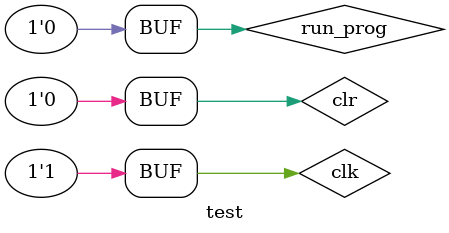
<source format=v>
`timescale 1ns / 1ps


module test;

	// Inputs
	reg clk;
	reg clr;
	reg run_prog;

	// Outputs
	wire [7:0] result;

	// Instantiate the Unit Under Test (UUT)
	finalsap uut (
		.clk(clk), 
		.clr(clr), 
		.result(result), 
		.run_prog(run_prog)
	);

	initial begin
		// Initialize Inputs
		clk = 0;
		clr = 0;
		run_prog = 0;
		#100;
		clk = 0;
		clr = 0;
		run_prog = 1;
		#100
		clk = 0;
		clr = 1;
		run_prog = 1;
		#100
		clk = 1;
		clr = 0;
		run_prog = 0;
		#100;
		clk = 1;
		clr = 0;
		run_prog = 0;
		#100;
		
        
		// Add stimulus here

	end
      
endmodule


</source>
